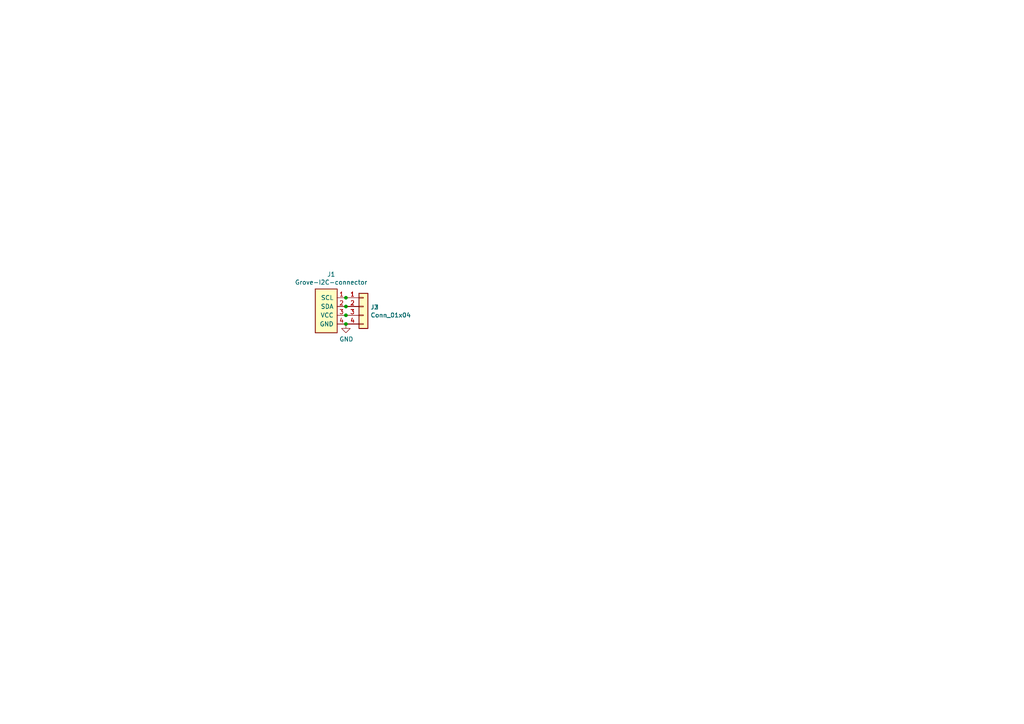
<source format=kicad_sch>
(kicad_sch (version 20211123) (generator eeschema)
  (paper "A4")
  (lib_symbols
    (symbol "Connector_Generic:Conn_01x04" (pin_names (offset 1.016) hide)
      (property "Reference" "J" (at 0 5.08 0))
      (property "Value" "Conn_01x04" (at 0 -7.62 0))
      (symbol "Conn_01x04_1_1"
        (rectangle (start -1.27 -4.953) (end 0 -5.207) (stroke (width 0.1524)))
        (rectangle (start -1.27 -2.413) (end 0 -2.667) (stroke (width 0.1524)))
        (rectangle (start -1.27 0.127) (end 0 -0.127) (stroke (width 0.1524)))
        (rectangle (start -1.27 2.667) (end 0 2.413) (stroke (width 0.1524)))
        (rectangle (start -1.27 3.81) (end 1.27 -6.35) (stroke (width 0.254)) (fill (type background)))
        (pin passive line (at -5.08 2.54 0) (length 3.81) (name "Pin_1") (number "1"))
        (pin passive line (at -5.08 0 0) (length 3.81) (name "Pin_2") (number "2"))
        (pin passive line (at -5.08 -2.54 0) (length 3.81) (name "Pin_3") (number "3"))
        (pin passive line (at -5.08 -5.08 0) (length 3.81) (name "Pin_4") (number "4"))
      )
    )
    (symbol "my-kicad-symbols:Grove-I2C-connector" (pin_names (offset 1.016))
      (property "Reference" "J" (at 1.27 -7.62 0))
      (property "Value" "Grove-I2C-connector" (at 1.27 7.62 0))
      (symbol "Grove-I2C-connector_0_1"
        (rectangle (start -2.54 6.35) (end 3.81 -6.35) (stroke (width 0.254)) (fill (type background)))
      )
      (symbol "Grove-I2C-connector_1_1"
        (pin input line (at 6.35 3.81 180) (length 2.54) (name "SCL") (number "1"))
        (pin input line (at 6.35 1.27 180) (length 2.54) (name "SDA") (number "2"))
        (pin power_in line (at 6.35 -1.27 180) (length 2.54) (name "VCC") (number "3"))
        (pin power_in line (at 6.35 -3.81 180) (length 2.54) (name "GND") (number "4"))
      )
    )
    (symbol "power:GND" (power) (pin_names (offset 0))
      (property "Value" "GND" (at 0 -3.81 0))
      (symbol "GND_0_1"
        (polyline (pts (xy 0 0) (xy 0 -1.27) (xy 1.27 -1.27) (xy 0 -2.54) (xy -1.27 -1.27) (xy 0 -1.27)))
      )
      (symbol "GND_1_1"
        (pin power_in line (at 0 0 270) (length 0) hide (name "GND") (number "1"))
      )
    )
  )
  (junction (at 100.33 88.9))
  (junction (at 100.33 86.36))
  (junction (at 100.33 93.98))
  (junction (at 100.33 91.44))
  (symbol (lib_id "my-kicad-symbols:Grove-I2C-connector") (at 93.98 90.17 0) (unit 1)
    (property "Reference" "J1" (at 96.0628 79.5782 0))
    (property "Value" "Grove-I2C-connector" (at 96.0628 81.8896 0))
    (property "Footprint" "my-kicad-footprints:NS-Tech_Grove_1x04_P2mm_Horizontal_silk_inside" (effects hide))
  )
  (symbol (lib_id "Connector_Generic:Conn_01x04") (at 105.41 88.9 0) (unit 1)
    (property "Reference" "J2" (at 107.442 89.1032 0) (effects (justify left)))
    (property "Value" "Conn_01x04" (at 107.442 91.4146 0) (effects (justify left)))
    (property "Footprint" "my-kicad-footprints:PinHeader_1x04_P2.54mm_Vertical_silk_inside" (effects hide))
  )
  (symbol (lib_id "Connector_Generic:Conn_01x04") (at 105.41 88.9 0) (unit 1)
    (property "Reference" "J3" (at 107.442 89.1032 0) (effects (justify left)))
    (property "Value" "Conn_01x04" (at 107.442 91.4146 0) (effects (justify left)))
    (property "Footprint" "my-kicad-footprints:PinHeader_1x04_P2.54mm_Vertical_silk_inside" (effects hide))
  )
  (symbol (lib_id "power:GND") (at 100.33 93.98 0) (unit 1)
    (property "Reference" "#PWR0101" (effects hide))
    (property "Value" "GND" (at 100.457 98.3742 0))
  )
)
</source>
